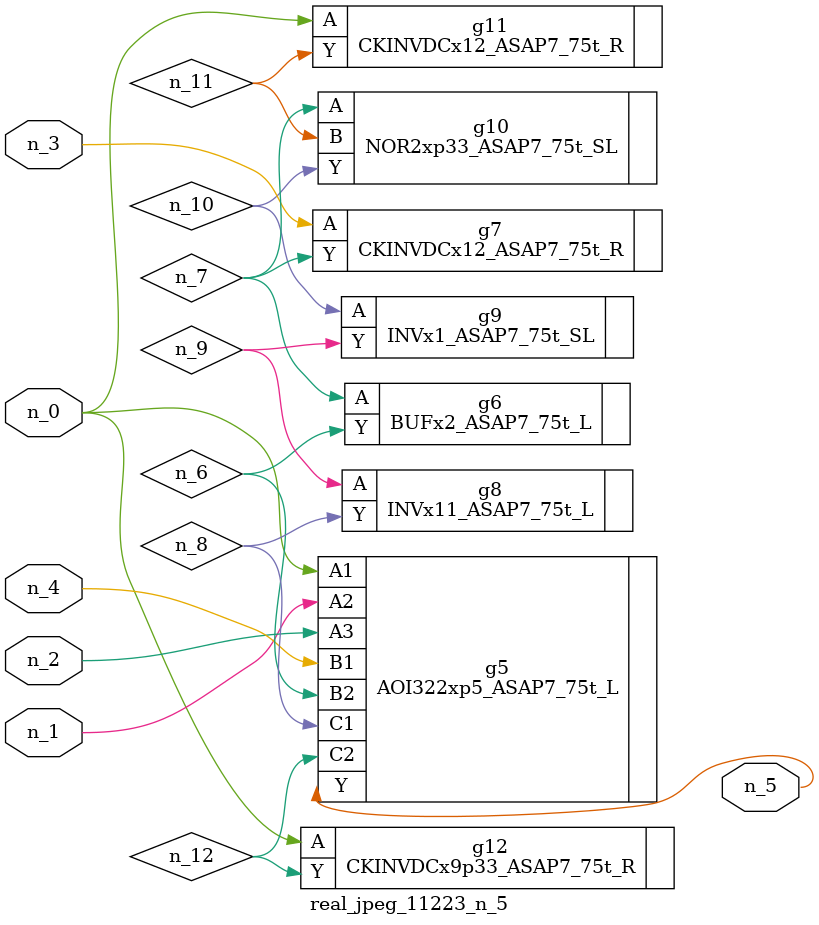
<source format=v>
module real_jpeg_11223_n_5 (n_4, n_0, n_1, n_2, n_3, n_5);

input n_4;
input n_0;
input n_1;
input n_2;
input n_3;

output n_5;

wire n_12;
wire n_8;
wire n_11;
wire n_6;
wire n_7;
wire n_10;
wire n_9;

AOI322xp5_ASAP7_75t_L g5 ( 
.A1(n_0),
.A2(n_1),
.A3(n_2),
.B1(n_4),
.B2(n_6),
.C1(n_8),
.C2(n_12),
.Y(n_5)
);

CKINVDCx12_ASAP7_75t_R g11 ( 
.A(n_0),
.Y(n_11)
);

CKINVDCx9p33_ASAP7_75t_R g12 ( 
.A(n_0),
.Y(n_12)
);

CKINVDCx12_ASAP7_75t_R g7 ( 
.A(n_3),
.Y(n_7)
);

BUFx2_ASAP7_75t_L g6 ( 
.A(n_7),
.Y(n_6)
);

NOR2xp33_ASAP7_75t_SL g10 ( 
.A(n_7),
.B(n_11),
.Y(n_10)
);

INVx11_ASAP7_75t_L g8 ( 
.A(n_9),
.Y(n_8)
);

INVx1_ASAP7_75t_SL g9 ( 
.A(n_10),
.Y(n_9)
);


endmodule
</source>
